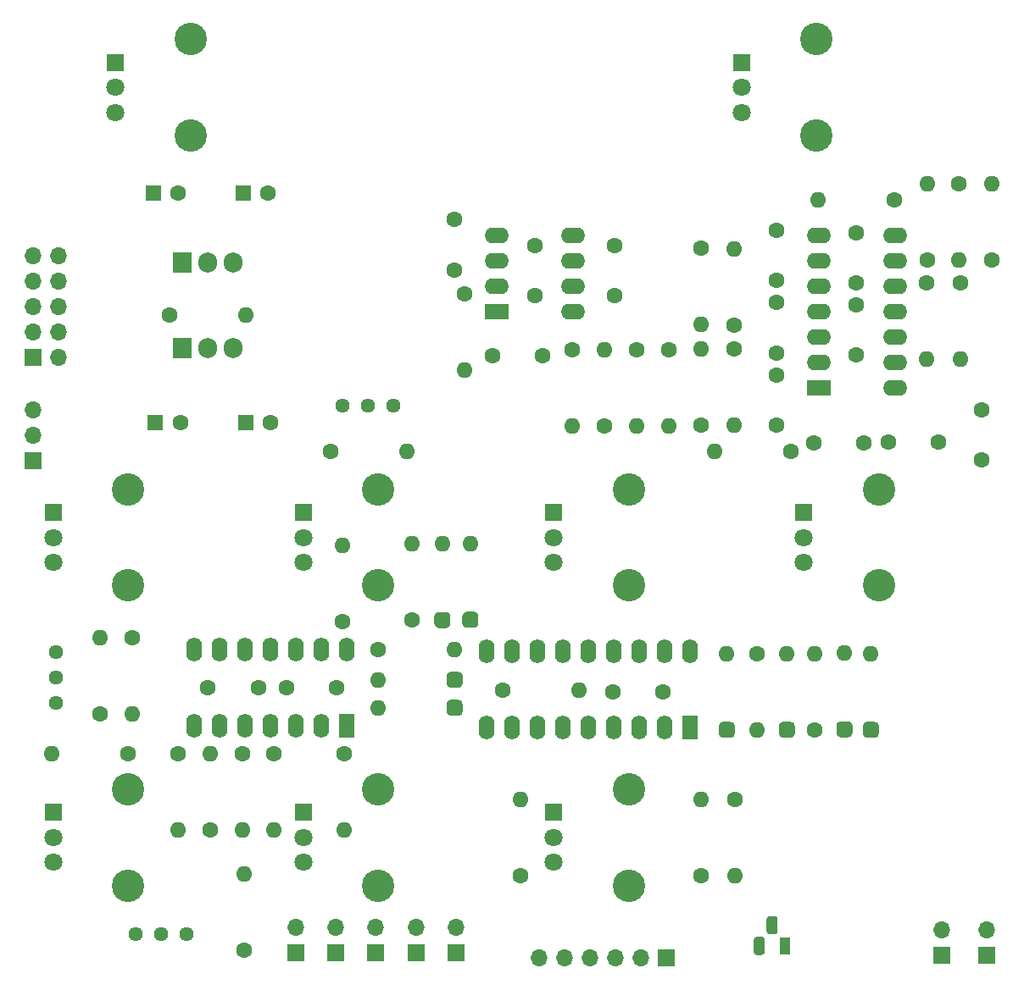
<source format=gbr>
%TF.GenerationSoftware,KiCad,Pcbnew,(5.1.9)-1*%
%TF.CreationDate,2021-06-30T11:22:11+01:00*%
%TF.ProjectId,VCDO,5643444f-2e6b-4696-9361-645f70636258,rev?*%
%TF.SameCoordinates,Original*%
%TF.FileFunction,Soldermask,Bot*%
%TF.FilePolarity,Negative*%
%FSLAX46Y46*%
G04 Gerber Fmt 4.6, Leading zero omitted, Abs format (unit mm)*
G04 Created by KiCad (PCBNEW (5.1.9)-1) date 2021-06-30 11:22:11*
%MOMM*%
%LPD*%
G01*
G04 APERTURE LIST*
%ADD10C,1.600000*%
%ADD11R,1.600000X1.600000*%
%ADD12C,3.240000*%
%ADD13C,1.800000*%
%ADD14R,1.800000X1.800000*%
%ADD15O,1.600000X2.400000*%
%ADD16R,1.600000X2.400000*%
%ADD17O,1.905000X2.000000*%
%ADD18R,1.905000X2.000000*%
%ADD19O,2.400000X1.600000*%
%ADD20R,2.400000X1.600000*%
%ADD21C,1.440000*%
%ADD22O,1.600000X1.600000*%
%ADD23R,1.100000X1.800000*%
%ADD24O,1.700000X1.700000*%
%ADD25R,1.700000X1.700000*%
G04 APERTURE END LIST*
D10*
%TO.C,C19*%
X39000000Y-50500000D03*
D11*
X36500000Y-50500000D03*
%TD*%
D10*
%TO.C,C17*%
X30000000Y-50500000D03*
D11*
X27500000Y-50500000D03*
%TD*%
D10*
%TO.C,C16*%
X39250000Y-73500000D03*
D11*
X36750000Y-73500000D03*
%TD*%
D10*
%TO.C,C15*%
X30250000Y-73500000D03*
D11*
X27750000Y-73500000D03*
%TD*%
D10*
%TO.C,C18*%
X73400000Y-100400000D03*
X78400000Y-100400000D03*
%TD*%
%TO.C,C14*%
X66400000Y-66800000D03*
X61400000Y-66800000D03*
%TD*%
%TO.C,C13*%
X89750000Y-59250000D03*
X89750000Y-54250000D03*
%TD*%
%TO.C,C12*%
X57600000Y-53200000D03*
X57600000Y-58200000D03*
%TD*%
%TO.C,C11*%
X89750000Y-66500000D03*
X89750000Y-61500000D03*
%TD*%
%TO.C,C10*%
X100918000Y-75438000D03*
X105918000Y-75438000D03*
%TD*%
%TO.C,C9*%
X89750000Y-73750000D03*
X89750000Y-68750000D03*
%TD*%
%TO.C,C8*%
X110236000Y-72216000D03*
X110236000Y-77216000D03*
%TD*%
%TO.C,C7*%
X98500000Y-75500000D03*
X93500000Y-75500000D03*
%TD*%
%TO.C,C6*%
X65600000Y-60800000D03*
X65600000Y-55800000D03*
%TD*%
%TO.C,C5*%
X73600000Y-60800000D03*
X73600000Y-55800000D03*
%TD*%
%TO.C,C4*%
X97750000Y-66750000D03*
X97750000Y-61750000D03*
%TD*%
%TO.C,C3*%
X97750000Y-59500000D03*
X97750000Y-54500000D03*
%TD*%
%TO.C,C2*%
X38000000Y-100000000D03*
X33000000Y-100000000D03*
%TD*%
%TO.C,C1*%
X45800000Y-100000000D03*
X40800000Y-100000000D03*
%TD*%
D12*
%TO.C,RV11*%
X31257000Y-35160000D03*
X31257000Y-44760000D03*
D13*
X23757000Y-42460000D03*
X23757000Y-39960000D03*
D14*
X23757000Y-37460000D03*
%TD*%
D12*
%TO.C,RV12*%
X75007000Y-80160000D03*
X75007000Y-89760000D03*
D13*
X67507000Y-87460000D03*
X67507000Y-84960000D03*
D14*
X67507000Y-82460000D03*
%TD*%
D12*
%TO.C,RV10*%
X100007000Y-80160000D03*
X100007000Y-89760000D03*
D13*
X92507000Y-87460000D03*
X92507000Y-84960000D03*
D14*
X92507000Y-82460000D03*
%TD*%
D12*
%TO.C,RV9*%
X50007000Y-80160000D03*
X50007000Y-89760000D03*
D13*
X42507000Y-87460000D03*
X42507000Y-84960000D03*
D14*
X42507000Y-82460000D03*
%TD*%
D12*
%TO.C,RV8*%
X93757000Y-35160000D03*
X93757000Y-44760000D03*
D13*
X86257000Y-42460000D03*
X86257000Y-39960000D03*
D14*
X86257000Y-37460000D03*
%TD*%
D12*
%TO.C,RV7*%
X25007000Y-80160000D03*
X25007000Y-89760000D03*
D13*
X17507000Y-87460000D03*
X17507000Y-84960000D03*
D14*
X17507000Y-82460000D03*
%TD*%
D12*
%TO.C,RV3*%
X75007000Y-110160000D03*
X75007000Y-119760000D03*
D13*
X67507000Y-117460000D03*
X67507000Y-114960000D03*
D14*
X67507000Y-112460000D03*
%TD*%
D12*
%TO.C,RV2*%
X50007000Y-110160000D03*
X50007000Y-119760000D03*
D13*
X42507000Y-117460000D03*
X42507000Y-114960000D03*
D14*
X42507000Y-112460000D03*
%TD*%
D12*
%TO.C,RV1*%
X25007000Y-110160000D03*
X25007000Y-119760000D03*
D13*
X17507000Y-117460000D03*
X17507000Y-114960000D03*
D14*
X17507000Y-112460000D03*
%TD*%
D15*
%TO.C,U6*%
X81120000Y-96380000D03*
X60800000Y-104000000D03*
X78580000Y-96380000D03*
X63340000Y-104000000D03*
X76040000Y-96380000D03*
X65880000Y-104000000D03*
X73500000Y-96380000D03*
X68420000Y-104000000D03*
X70960000Y-96380000D03*
X70960000Y-104000000D03*
X68420000Y-96380000D03*
X73500000Y-104000000D03*
X65880000Y-96380000D03*
X76040000Y-104000000D03*
X63340000Y-96380000D03*
X78580000Y-104000000D03*
X60800000Y-96380000D03*
D16*
X81120000Y-104000000D03*
%TD*%
D17*
%TO.C,U5*%
X35540000Y-57500000D03*
X33000000Y-57500000D03*
D18*
X30460000Y-57500000D03*
%TD*%
D17*
%TO.C,U4*%
X35540000Y-66000000D03*
X33000000Y-66000000D03*
D18*
X30460000Y-66000000D03*
%TD*%
D19*
%TO.C,U3*%
X69420000Y-62400000D03*
X61800000Y-54780000D03*
X69420000Y-59860000D03*
X61800000Y-57320000D03*
X69420000Y-57320000D03*
X61800000Y-59860000D03*
X69420000Y-54780000D03*
D20*
X61800000Y-62400000D03*
%TD*%
D19*
%TO.C,U2*%
X101620000Y-70000000D03*
X94000000Y-54760000D03*
X101620000Y-67460000D03*
X94000000Y-57300000D03*
X101620000Y-64920000D03*
X94000000Y-59840000D03*
X101620000Y-62380000D03*
X94000000Y-62380000D03*
X101620000Y-59840000D03*
X94000000Y-64920000D03*
X101620000Y-57300000D03*
X94000000Y-67460000D03*
X101620000Y-54760000D03*
D20*
X94000000Y-70000000D03*
%TD*%
D15*
%TO.C,U1*%
X46820000Y-96180000D03*
X31580000Y-103800000D03*
X44280000Y-96180000D03*
X34120000Y-103800000D03*
X41740000Y-96180000D03*
X36660000Y-103800000D03*
X39200000Y-96180000D03*
X39200000Y-103800000D03*
X36660000Y-96180000D03*
X41740000Y-103800000D03*
X34120000Y-96180000D03*
X44280000Y-103800000D03*
X31580000Y-96180000D03*
D16*
X46820000Y-103800000D03*
%TD*%
D21*
%TO.C,RV6*%
X17800000Y-96400000D03*
X17800000Y-98940000D03*
X17800000Y-101480000D03*
%TD*%
%TO.C,RV5*%
X25800000Y-124600000D03*
X28340000Y-124600000D03*
X30880000Y-124600000D03*
%TD*%
%TO.C,RV4*%
X46400000Y-71800000D03*
X48940000Y-71800000D03*
X51480000Y-71800000D03*
%TD*%
D22*
%TO.C,R36*%
X70000000Y-100200000D03*
D10*
X62380000Y-100200000D03*
%TD*%
D22*
%TO.C,R35*%
X83580000Y-76400000D03*
D10*
X91200000Y-76400000D03*
%TD*%
D22*
%TO.C,R34*%
X111250000Y-49630000D03*
D10*
X111250000Y-57250000D03*
%TD*%
D22*
%TO.C,R33*%
X36750000Y-62750000D03*
D10*
X29130000Y-62750000D03*
%TD*%
D22*
%TO.C,R32*%
X79000000Y-73820000D03*
D10*
X79000000Y-66200000D03*
%TD*%
D22*
%TO.C,R31*%
X108000000Y-57250000D03*
D10*
X108000000Y-49630000D03*
%TD*%
D22*
%TO.C,R30*%
X75800000Y-73820000D03*
D10*
X75800000Y-66200000D03*
%TD*%
D22*
%TO.C,R29*%
X69400000Y-73820000D03*
D10*
X69400000Y-66200000D03*
%TD*%
D22*
%TO.C,R28*%
X104800000Y-49630000D03*
D10*
X104800000Y-57250000D03*
%TD*%
D22*
%TO.C,R27*%
X93880000Y-51250000D03*
D10*
X101500000Y-51250000D03*
%TD*%
D22*
%TO.C,R26*%
X58600000Y-68200000D03*
D10*
X58600000Y-60580000D03*
%TD*%
D22*
%TO.C,R25*%
X85500000Y-56130000D03*
D10*
X85500000Y-63750000D03*
%TD*%
D22*
%TO.C,R24*%
X72600000Y-66180000D03*
D10*
X72600000Y-73800000D03*
%TD*%
D22*
%TO.C,R23*%
X82250000Y-63620000D03*
D10*
X82250000Y-56000000D03*
%TD*%
D22*
%TO.C,R22*%
X108168000Y-67114000D03*
D10*
X108168000Y-59494000D03*
%TD*%
D22*
%TO.C,R21*%
X82250000Y-66130000D03*
D10*
X82250000Y-73750000D03*
%TD*%
D22*
%TO.C,R20*%
X85600000Y-118800000D03*
D10*
X85600000Y-111180000D03*
%TD*%
D22*
%TO.C,R19*%
X104768000Y-67094000D03*
D10*
X104768000Y-59474000D03*
%TD*%
D22*
%TO.C,R18*%
X85500000Y-73750000D03*
D10*
X85500000Y-66130000D03*
%TD*%
D22*
%TO.C,R17*%
X82200000Y-111200000D03*
D10*
X82200000Y-118820000D03*
%TD*%
D22*
%TO.C,R16*%
X93600000Y-96580000D03*
D10*
X93600000Y-104200000D03*
%TD*%
D22*
%TO.C,R15*%
X87800000Y-104220000D03*
D10*
X87800000Y-96600000D03*
%TD*%
D22*
%TO.C,R14*%
X57620000Y-96200000D03*
D10*
X50000000Y-96200000D03*
%TD*%
D22*
%TO.C,R13*%
X53400000Y-85580000D03*
D10*
X53400000Y-93200000D03*
%TD*%
D22*
%TO.C,R12*%
X30000000Y-114200000D03*
D10*
X30000000Y-106580000D03*
%TD*%
D22*
%TO.C,R11*%
X46600000Y-114220000D03*
D10*
X46600000Y-106600000D03*
%TD*%
D22*
%TO.C,R10*%
X46400000Y-85780000D03*
D10*
X46400000Y-93400000D03*
%TD*%
D22*
%TO.C,R9*%
X25400000Y-102600000D03*
D10*
X25400000Y-94980000D03*
%TD*%
D22*
%TO.C,R8*%
X22200000Y-94980000D03*
D10*
X22200000Y-102600000D03*
%TD*%
D22*
%TO.C,R7*%
X33200000Y-106580000D03*
D10*
X33200000Y-114200000D03*
%TD*%
D22*
%TO.C,R6*%
X36400000Y-114200000D03*
D10*
X36400000Y-106580000D03*
%TD*%
D22*
%TO.C,R5*%
X52820000Y-76400000D03*
D10*
X45200000Y-76400000D03*
%TD*%
D22*
%TO.C,R4*%
X64200000Y-111180000D03*
D10*
X64200000Y-118800000D03*
%TD*%
D22*
%TO.C,R3*%
X39600000Y-114200000D03*
D10*
X39600000Y-106580000D03*
%TD*%
D22*
%TO.C,R2*%
X17400000Y-106600000D03*
D10*
X25020000Y-106600000D03*
%TD*%
D22*
%TO.C,R1*%
X36600000Y-118580000D03*
D10*
X36600000Y-126200000D03*
%TD*%
D23*
%TO.C,Q1*%
X90600000Y-125800000D03*
G36*
G01*
X88610000Y-125175000D02*
X88610000Y-126425000D01*
G75*
G02*
X88335000Y-126700000I-275000J0D01*
G01*
X87785000Y-126700000D01*
G75*
G02*
X87510000Y-126425000I0J275000D01*
G01*
X87510000Y-125175000D01*
G75*
G02*
X87785000Y-124900000I275000J0D01*
G01*
X88335000Y-124900000D01*
G75*
G02*
X88610000Y-125175000I0J-275000D01*
G01*
G37*
G36*
G01*
X89880000Y-123105000D02*
X89880000Y-124355000D01*
G75*
G02*
X89605000Y-124630000I-275000J0D01*
G01*
X89055000Y-124630000D01*
G75*
G02*
X88780000Y-124355000I0J275000D01*
G01*
X88780000Y-123105000D01*
G75*
G02*
X89055000Y-122830000I275000J0D01*
G01*
X89605000Y-122830000D01*
G75*
G02*
X89880000Y-123105000I0J-275000D01*
G01*
G37*
%TD*%
D24*
%TO.C,J10*%
X66100000Y-127000000D03*
X68640000Y-127000000D03*
X71180000Y-127000000D03*
X73720000Y-127000000D03*
X76260000Y-127000000D03*
D25*
X78800000Y-127000000D03*
%TD*%
D24*
%TO.C,MAIN OUT*%
X110750000Y-124210000D03*
D25*
X110750000Y-126750000D03*
%TD*%
D24*
%TO.C,STRIPE*%
X18040000Y-56840000D03*
X15500000Y-56840000D03*
X18040000Y-59380000D03*
X15500000Y-59380000D03*
X18040000Y-61920000D03*
X15500000Y-61920000D03*
X18040000Y-64460000D03*
X15500000Y-64460000D03*
X18040000Y-67000000D03*
D25*
X15500000Y-67000000D03*
%TD*%
D24*
%TO.C,+12*%
X15500000Y-72170000D03*
X15500000Y-74710000D03*
D25*
X15500000Y-77250000D03*
%TD*%
D24*
%TO.C,SUB OUT*%
X106250000Y-124210000D03*
D25*
X106250000Y-126750000D03*
%TD*%
D24*
%TO.C,GLIDE SW*%
X57750000Y-123960000D03*
D25*
X57750000Y-126500000D03*
%TD*%
D24*
%TO.C,SUB CV*%
X53750000Y-123960000D03*
D25*
X53750000Y-126500000D03*
%TD*%
D24*
%TO.C,WAVE IN*%
X49750000Y-123960000D03*
D25*
X49750000Y-126500000D03*
%TD*%
D24*
%TO.C,FM IN*%
X45750000Y-123960000D03*
D25*
X45750000Y-126500000D03*
%TD*%
D24*
%TO.C,1v/oct*%
X41750000Y-123960000D03*
D25*
X41750000Y-126500000D03*
%TD*%
D22*
%TO.C,D8*%
X96550000Y-96530000D03*
G36*
G01*
X96950000Y-104950000D02*
X96150000Y-104950000D01*
G75*
G02*
X95750000Y-104550000I0J400000D01*
G01*
X95750000Y-103750000D01*
G75*
G02*
X96150000Y-103350000I400000J0D01*
G01*
X96950000Y-103350000D01*
G75*
G02*
X97350000Y-103750000I0J-400000D01*
G01*
X97350000Y-104550000D01*
G75*
G02*
X96950000Y-104950000I-400000J0D01*
G01*
G37*
%TD*%
%TO.C,D7*%
X99200000Y-96580000D03*
G36*
G01*
X99600000Y-105000000D02*
X98800000Y-105000000D01*
G75*
G02*
X98400000Y-104600000I0J400000D01*
G01*
X98400000Y-103800000D01*
G75*
G02*
X98800000Y-103400000I400000J0D01*
G01*
X99600000Y-103400000D01*
G75*
G02*
X100000000Y-103800000I0J-400000D01*
G01*
X100000000Y-104600000D01*
G75*
G02*
X99600000Y-105000000I-400000J0D01*
G01*
G37*
%TD*%
%TO.C,D6*%
X90800000Y-96580000D03*
G36*
G01*
X91200000Y-105000000D02*
X90400000Y-105000000D01*
G75*
G02*
X90000000Y-104600000I0J400000D01*
G01*
X90000000Y-103800000D01*
G75*
G02*
X90400000Y-103400000I400000J0D01*
G01*
X91200000Y-103400000D01*
G75*
G02*
X91600000Y-103800000I0J-400000D01*
G01*
X91600000Y-104600000D01*
G75*
G02*
X91200000Y-105000000I-400000J0D01*
G01*
G37*
%TD*%
%TO.C,D5*%
X84800000Y-96580000D03*
G36*
G01*
X85200000Y-105000000D02*
X84400000Y-105000000D01*
G75*
G02*
X84000000Y-104600000I0J400000D01*
G01*
X84000000Y-103800000D01*
G75*
G02*
X84400000Y-103400000I400000J0D01*
G01*
X85200000Y-103400000D01*
G75*
G02*
X85600000Y-103800000I0J-400000D01*
G01*
X85600000Y-104600000D01*
G75*
G02*
X85200000Y-105000000I-400000J0D01*
G01*
G37*
%TD*%
%TO.C,D4*%
X50000000Y-102000000D03*
G36*
G01*
X58420000Y-101600000D02*
X58420000Y-102400000D01*
G75*
G02*
X58020000Y-102800000I-400000J0D01*
G01*
X57220000Y-102800000D01*
G75*
G02*
X56820000Y-102400000I0J400000D01*
G01*
X56820000Y-101600000D01*
G75*
G02*
X57220000Y-101200000I400000J0D01*
G01*
X58020000Y-101200000D01*
G75*
G02*
X58420000Y-101600000I0J-400000D01*
G01*
G37*
%TD*%
%TO.C,D3*%
X50000000Y-99200000D03*
G36*
G01*
X58420000Y-98800000D02*
X58420000Y-99600000D01*
G75*
G02*
X58020000Y-100000000I-400000J0D01*
G01*
X57220000Y-100000000D01*
G75*
G02*
X56820000Y-99600000I0J400000D01*
G01*
X56820000Y-98800000D01*
G75*
G02*
X57220000Y-98400000I400000J0D01*
G01*
X58020000Y-98400000D01*
G75*
G02*
X58420000Y-98800000I0J-400000D01*
G01*
G37*
%TD*%
%TO.C,D2*%
X59200000Y-85580000D03*
G36*
G01*
X59600000Y-94000000D02*
X58800000Y-94000000D01*
G75*
G02*
X58400000Y-93600000I0J400000D01*
G01*
X58400000Y-92800000D01*
G75*
G02*
X58800000Y-92400000I400000J0D01*
G01*
X59600000Y-92400000D01*
G75*
G02*
X60000000Y-92800000I0J-400000D01*
G01*
X60000000Y-93600000D01*
G75*
G02*
X59600000Y-94000000I-400000J0D01*
G01*
G37*
%TD*%
%TO.C,D1*%
X56400000Y-85600000D03*
G36*
G01*
X56800000Y-94020000D02*
X56000000Y-94020000D01*
G75*
G02*
X55600000Y-93620000I0J400000D01*
G01*
X55600000Y-92820000D01*
G75*
G02*
X56000000Y-92420000I400000J0D01*
G01*
X56800000Y-92420000D01*
G75*
G02*
X57200000Y-92820000I0J-400000D01*
G01*
X57200000Y-93620000D01*
G75*
G02*
X56800000Y-94020000I-400000J0D01*
G01*
G37*
%TD*%
M02*

</source>
